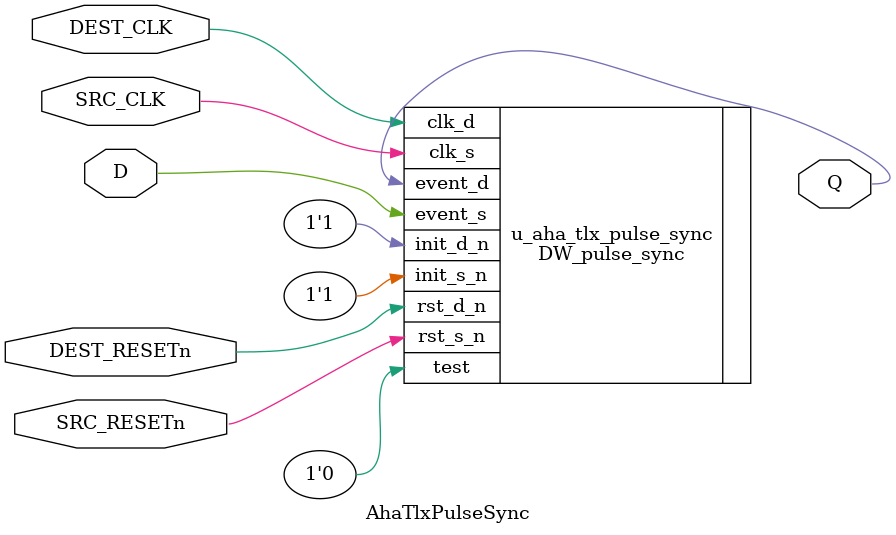
<source format=v>
module AhaTlxPulseSync (
  // Inputs
  input   wire  SRC_CLK,
  input   wire  SRC_RESETn,
  input   wire  DEST_CLK,
  input   wire  DEST_RESETn,

  input   wire  D,

  // Outputs
  output  wire  Q
);

  DW_pulse_sync #(
    .reg_event      (1),
    .f_sync_type    (2),
    .pulse_mode     (1)
    )
  u_aha_tlx_pulse_sync (
    .clk_s          (SRC_CLK),
    .rst_s_n        (SRC_RESETn),
    .init_s_n       (1'b1),
    .event_s        (D),
    .clk_d          (DEST_CLK),
    .rst_d_n        (DEST_RESETn),
    .init_d_n       (1'b1),
    .event_d        (Q),
    .test           (1'b0)
  );

endmodule

</source>
